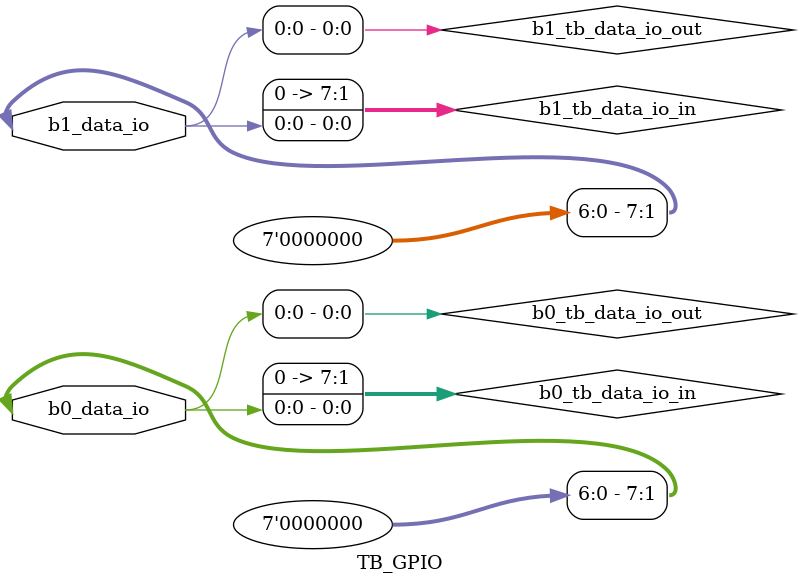
<source format=sv>
module TB_GPIO (
   inout [b1_bw - 1 : 0] b1_data_io,
   inout [b0_bw - 1 : 0] b0_data_io);

//------------------- Parameter(s):
parameter b1_o_bw = 8;
parameter b0_o_bw = 8;
parameter b1_bw = 8;
parameter b0_bw = 8;

//------------------- Procedural register declaration(s):
reg  [b1_bw - 1 : 0] b1_tb_data_io_in;
reg  [b0_bw - 1 : 0] b0_tb_data_io_in;

//------------------- Item assignment(s):
assign b1_tb_data_io_in = b1_data_io;
assign b1_data_io = b1_tb_data_io_out;
assign b0_tb_data_io_in = b0_data_io;
assign b0_data_io = b0_tb_data_io_out;
endmodule
</source>
